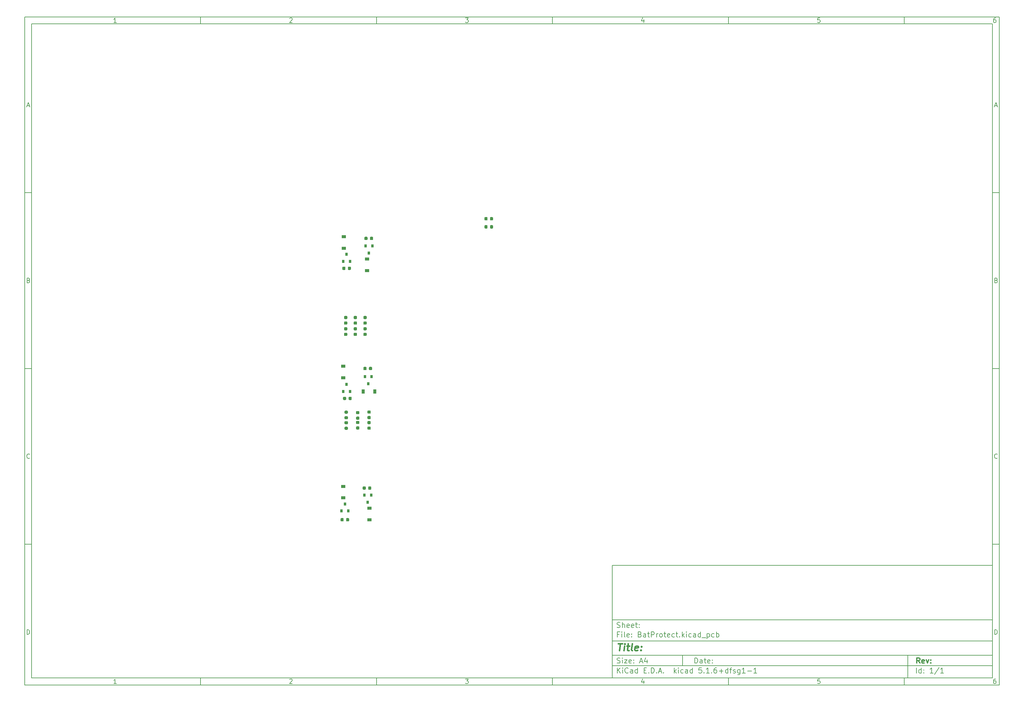
<source format=gbr>
G04 #@! TF.GenerationSoftware,KiCad,Pcbnew,5.1.6+dfsg1-1*
G04 #@! TF.CreationDate,2021-04-29T08:47:55+10:00*
G04 #@! TF.ProjectId,BatProtect,42617450-726f-4746-9563-742e6b696361,rev?*
G04 #@! TF.SameCoordinates,Original*
G04 #@! TF.FileFunction,Paste,Top*
G04 #@! TF.FilePolarity,Positive*
%FSLAX45Y45*%
G04 Gerber Fmt 4.5, Leading zero omitted, Abs format (unit mm)*
G04 Created by KiCad (PCBNEW 5.1.6+dfsg1-1) date 2021-04-29 08:47:55*
%MOMM*%
%LPD*%
G01*
G04 APERTURE LIST*
%ADD10C,0.100000*%
%ADD11C,0.150000*%
%ADD12C,0.300000*%
%ADD13C,0.400000*%
%ADD14R,1.220000X0.910000*%
%ADD15R,0.910000X1.220000*%
%ADD16R,0.800000X0.900000*%
G04 APERTURE END LIST*
D10*
D11*
X17700220Y-16600720D02*
X17700220Y-19800720D01*
X28500220Y-19800720D01*
X28500220Y-16600720D01*
X17700220Y-16600720D01*
D10*
D11*
X1000000Y-1000000D02*
X1000000Y-20000720D01*
X28700220Y-20000720D01*
X28700220Y-1000000D01*
X1000000Y-1000000D01*
D10*
D11*
X1200000Y-1200000D02*
X1200000Y-19800720D01*
X28500220Y-19800720D01*
X28500220Y-1200000D01*
X1200000Y-1200000D01*
D10*
D11*
X6000000Y-1200000D02*
X6000000Y-1000000D01*
D10*
D11*
X11000000Y-1200000D02*
X11000000Y-1000000D01*
D10*
D11*
X16000000Y-1200000D02*
X16000000Y-1000000D01*
D10*
D11*
X21000000Y-1200000D02*
X21000000Y-1000000D01*
D10*
D11*
X26000000Y-1200000D02*
X26000000Y-1000000D01*
D10*
D11*
X3606548Y-1158810D02*
X3532262Y-1158810D01*
X3569405Y-1158810D02*
X3569405Y-1028809D01*
X3557024Y-1047381D01*
X3544643Y-1059762D01*
X3532262Y-1065952D01*
D10*
D11*
X8532262Y-1041190D02*
X8538452Y-1035000D01*
X8550833Y-1028809D01*
X8581786Y-1028809D01*
X8594167Y-1035000D01*
X8600357Y-1041190D01*
X8606548Y-1053571D01*
X8606548Y-1065952D01*
X8600357Y-1084524D01*
X8526071Y-1158810D01*
X8606548Y-1158810D01*
D10*
D11*
X13526071Y-1028809D02*
X13606548Y-1028809D01*
X13563214Y-1078333D01*
X13581786Y-1078333D01*
X13594167Y-1084524D01*
X13600357Y-1090714D01*
X13606548Y-1103095D01*
X13606548Y-1134048D01*
X13600357Y-1146429D01*
X13594167Y-1152619D01*
X13581786Y-1158810D01*
X13544643Y-1158810D01*
X13532262Y-1152619D01*
X13526071Y-1146429D01*
D10*
D11*
X18594167Y-1072143D02*
X18594167Y-1158810D01*
X18563214Y-1022619D02*
X18532262Y-1115476D01*
X18612738Y-1115476D01*
D10*
D11*
X23600357Y-1028809D02*
X23538452Y-1028809D01*
X23532262Y-1090714D01*
X23538452Y-1084524D01*
X23550833Y-1078333D01*
X23581786Y-1078333D01*
X23594167Y-1084524D01*
X23600357Y-1090714D01*
X23606548Y-1103095D01*
X23606548Y-1134048D01*
X23600357Y-1146429D01*
X23594167Y-1152619D01*
X23581786Y-1158810D01*
X23550833Y-1158810D01*
X23538452Y-1152619D01*
X23532262Y-1146429D01*
D10*
D11*
X28594167Y-1028809D02*
X28569405Y-1028809D01*
X28557024Y-1035000D01*
X28550833Y-1041190D01*
X28538452Y-1059762D01*
X28532262Y-1084524D01*
X28532262Y-1134048D01*
X28538452Y-1146429D01*
X28544643Y-1152619D01*
X28557024Y-1158810D01*
X28581786Y-1158810D01*
X28594167Y-1152619D01*
X28600357Y-1146429D01*
X28606548Y-1134048D01*
X28606548Y-1103095D01*
X28600357Y-1090714D01*
X28594167Y-1084524D01*
X28581786Y-1078333D01*
X28557024Y-1078333D01*
X28544643Y-1084524D01*
X28538452Y-1090714D01*
X28532262Y-1103095D01*
D10*
D11*
X6000000Y-19800720D02*
X6000000Y-20000720D01*
D10*
D11*
X11000000Y-19800720D02*
X11000000Y-20000720D01*
D10*
D11*
X16000000Y-19800720D02*
X16000000Y-20000720D01*
D10*
D11*
X21000000Y-19800720D02*
X21000000Y-20000720D01*
D10*
D11*
X26000000Y-19800720D02*
X26000000Y-20000720D01*
D10*
D11*
X3606548Y-19959530D02*
X3532262Y-19959530D01*
X3569405Y-19959530D02*
X3569405Y-19829530D01*
X3557024Y-19848101D01*
X3544643Y-19860482D01*
X3532262Y-19866672D01*
D10*
D11*
X8532262Y-19841910D02*
X8538452Y-19835720D01*
X8550833Y-19829530D01*
X8581786Y-19829530D01*
X8594167Y-19835720D01*
X8600357Y-19841910D01*
X8606548Y-19854291D01*
X8606548Y-19866672D01*
X8600357Y-19885244D01*
X8526071Y-19959530D01*
X8606548Y-19959530D01*
D10*
D11*
X13526071Y-19829530D02*
X13606548Y-19829530D01*
X13563214Y-19879053D01*
X13581786Y-19879053D01*
X13594167Y-19885244D01*
X13600357Y-19891434D01*
X13606548Y-19903815D01*
X13606548Y-19934768D01*
X13600357Y-19947149D01*
X13594167Y-19953339D01*
X13581786Y-19959530D01*
X13544643Y-19959530D01*
X13532262Y-19953339D01*
X13526071Y-19947149D01*
D10*
D11*
X18594167Y-19872863D02*
X18594167Y-19959530D01*
X18563214Y-19823339D02*
X18532262Y-19916196D01*
X18612738Y-19916196D01*
D10*
D11*
X23600357Y-19829530D02*
X23538452Y-19829530D01*
X23532262Y-19891434D01*
X23538452Y-19885244D01*
X23550833Y-19879053D01*
X23581786Y-19879053D01*
X23594167Y-19885244D01*
X23600357Y-19891434D01*
X23606548Y-19903815D01*
X23606548Y-19934768D01*
X23600357Y-19947149D01*
X23594167Y-19953339D01*
X23581786Y-19959530D01*
X23550833Y-19959530D01*
X23538452Y-19953339D01*
X23532262Y-19947149D01*
D10*
D11*
X28594167Y-19829530D02*
X28569405Y-19829530D01*
X28557024Y-19835720D01*
X28550833Y-19841910D01*
X28538452Y-19860482D01*
X28532262Y-19885244D01*
X28532262Y-19934768D01*
X28538452Y-19947149D01*
X28544643Y-19953339D01*
X28557024Y-19959530D01*
X28581786Y-19959530D01*
X28594167Y-19953339D01*
X28600357Y-19947149D01*
X28606548Y-19934768D01*
X28606548Y-19903815D01*
X28600357Y-19891434D01*
X28594167Y-19885244D01*
X28581786Y-19879053D01*
X28557024Y-19879053D01*
X28544643Y-19885244D01*
X28538452Y-19891434D01*
X28532262Y-19903815D01*
D10*
D11*
X1000000Y-6000000D02*
X1200000Y-6000000D01*
D10*
D11*
X1000000Y-11000000D02*
X1200000Y-11000000D01*
D10*
D11*
X1000000Y-16000000D02*
X1200000Y-16000000D01*
D10*
D11*
X1069048Y-3521667D02*
X1130952Y-3521667D01*
X1056667Y-3558809D02*
X1100000Y-3428809D01*
X1143333Y-3558809D01*
D10*
D11*
X1109286Y-8490714D02*
X1127857Y-8496905D01*
X1134048Y-8503095D01*
X1140238Y-8515476D01*
X1140238Y-8534048D01*
X1134048Y-8546429D01*
X1127857Y-8552619D01*
X1115476Y-8558810D01*
X1065952Y-8558810D01*
X1065952Y-8428810D01*
X1109286Y-8428810D01*
X1121667Y-8435000D01*
X1127857Y-8441190D01*
X1134048Y-8453571D01*
X1134048Y-8465952D01*
X1127857Y-8478333D01*
X1121667Y-8484524D01*
X1109286Y-8490714D01*
X1065952Y-8490714D01*
D10*
D11*
X1140238Y-13546428D02*
X1134048Y-13552619D01*
X1115476Y-13558809D01*
X1103095Y-13558809D01*
X1084524Y-13552619D01*
X1072143Y-13540238D01*
X1065952Y-13527857D01*
X1059762Y-13503095D01*
X1059762Y-13484524D01*
X1065952Y-13459762D01*
X1072143Y-13447381D01*
X1084524Y-13435000D01*
X1103095Y-13428809D01*
X1115476Y-13428809D01*
X1134048Y-13435000D01*
X1140238Y-13441190D01*
D10*
D11*
X1065952Y-18558810D02*
X1065952Y-18428810D01*
X1096905Y-18428810D01*
X1115476Y-18435000D01*
X1127857Y-18447381D01*
X1134048Y-18459762D01*
X1140238Y-18484524D01*
X1140238Y-18503095D01*
X1134048Y-18527857D01*
X1127857Y-18540238D01*
X1115476Y-18552619D01*
X1096905Y-18558810D01*
X1065952Y-18558810D01*
D10*
D11*
X28700220Y-6000000D02*
X28500220Y-6000000D01*
D10*
D11*
X28700220Y-11000000D02*
X28500220Y-11000000D01*
D10*
D11*
X28700220Y-16000000D02*
X28500220Y-16000000D01*
D10*
D11*
X28569268Y-3521667D02*
X28631172Y-3521667D01*
X28556887Y-3558809D02*
X28600220Y-3428809D01*
X28643553Y-3558809D01*
D10*
D11*
X28609506Y-8490714D02*
X28628077Y-8496905D01*
X28634268Y-8503095D01*
X28640458Y-8515476D01*
X28640458Y-8534048D01*
X28634268Y-8546429D01*
X28628077Y-8552619D01*
X28615696Y-8558810D01*
X28566172Y-8558810D01*
X28566172Y-8428810D01*
X28609506Y-8428810D01*
X28621887Y-8435000D01*
X28628077Y-8441190D01*
X28634268Y-8453571D01*
X28634268Y-8465952D01*
X28628077Y-8478333D01*
X28621887Y-8484524D01*
X28609506Y-8490714D01*
X28566172Y-8490714D01*
D10*
D11*
X28640458Y-13546428D02*
X28634268Y-13552619D01*
X28615696Y-13558809D01*
X28603315Y-13558809D01*
X28584744Y-13552619D01*
X28572363Y-13540238D01*
X28566172Y-13527857D01*
X28559982Y-13503095D01*
X28559982Y-13484524D01*
X28566172Y-13459762D01*
X28572363Y-13447381D01*
X28584744Y-13435000D01*
X28603315Y-13428809D01*
X28615696Y-13428809D01*
X28634268Y-13435000D01*
X28640458Y-13441190D01*
D10*
D11*
X28566172Y-18558810D02*
X28566172Y-18428810D01*
X28597125Y-18428810D01*
X28615696Y-18435000D01*
X28628077Y-18447381D01*
X28634268Y-18459762D01*
X28640458Y-18484524D01*
X28640458Y-18503095D01*
X28634268Y-18527857D01*
X28628077Y-18540238D01*
X28615696Y-18552619D01*
X28597125Y-18558810D01*
X28566172Y-18558810D01*
D10*
D11*
X20043434Y-19378577D02*
X20043434Y-19228577D01*
X20079149Y-19228577D01*
X20100577Y-19235720D01*
X20114863Y-19250006D01*
X20122006Y-19264291D01*
X20129149Y-19292863D01*
X20129149Y-19314291D01*
X20122006Y-19342863D01*
X20114863Y-19357149D01*
X20100577Y-19371434D01*
X20079149Y-19378577D01*
X20043434Y-19378577D01*
X20257720Y-19378577D02*
X20257720Y-19300006D01*
X20250577Y-19285720D01*
X20236291Y-19278577D01*
X20207720Y-19278577D01*
X20193434Y-19285720D01*
X20257720Y-19371434D02*
X20243434Y-19378577D01*
X20207720Y-19378577D01*
X20193434Y-19371434D01*
X20186291Y-19357149D01*
X20186291Y-19342863D01*
X20193434Y-19328577D01*
X20207720Y-19321434D01*
X20243434Y-19321434D01*
X20257720Y-19314291D01*
X20307720Y-19278577D02*
X20364863Y-19278577D01*
X20329149Y-19228577D02*
X20329149Y-19357149D01*
X20336291Y-19371434D01*
X20350577Y-19378577D01*
X20364863Y-19378577D01*
X20472006Y-19371434D02*
X20457720Y-19378577D01*
X20429149Y-19378577D01*
X20414863Y-19371434D01*
X20407720Y-19357149D01*
X20407720Y-19300006D01*
X20414863Y-19285720D01*
X20429149Y-19278577D01*
X20457720Y-19278577D01*
X20472006Y-19285720D01*
X20479149Y-19300006D01*
X20479149Y-19314291D01*
X20407720Y-19328577D01*
X20543434Y-19364291D02*
X20550577Y-19371434D01*
X20543434Y-19378577D01*
X20536291Y-19371434D01*
X20543434Y-19364291D01*
X20543434Y-19378577D01*
X20543434Y-19285720D02*
X20550577Y-19292863D01*
X20543434Y-19300006D01*
X20536291Y-19292863D01*
X20543434Y-19285720D01*
X20543434Y-19300006D01*
D10*
D11*
X17700220Y-19450720D02*
X28500220Y-19450720D01*
D10*
D11*
X17843434Y-19658577D02*
X17843434Y-19508577D01*
X17929149Y-19658577D02*
X17864863Y-19572863D01*
X17929149Y-19508577D02*
X17843434Y-19594291D01*
X17993434Y-19658577D02*
X17993434Y-19558577D01*
X17993434Y-19508577D02*
X17986291Y-19515720D01*
X17993434Y-19522863D01*
X18000577Y-19515720D01*
X17993434Y-19508577D01*
X17993434Y-19522863D01*
X18150577Y-19644291D02*
X18143434Y-19651434D01*
X18122006Y-19658577D01*
X18107720Y-19658577D01*
X18086291Y-19651434D01*
X18072006Y-19637149D01*
X18064863Y-19622863D01*
X18057720Y-19594291D01*
X18057720Y-19572863D01*
X18064863Y-19544291D01*
X18072006Y-19530006D01*
X18086291Y-19515720D01*
X18107720Y-19508577D01*
X18122006Y-19508577D01*
X18143434Y-19515720D01*
X18150577Y-19522863D01*
X18279149Y-19658577D02*
X18279149Y-19580006D01*
X18272006Y-19565720D01*
X18257720Y-19558577D01*
X18229149Y-19558577D01*
X18214863Y-19565720D01*
X18279149Y-19651434D02*
X18264863Y-19658577D01*
X18229149Y-19658577D01*
X18214863Y-19651434D01*
X18207720Y-19637149D01*
X18207720Y-19622863D01*
X18214863Y-19608577D01*
X18229149Y-19601434D01*
X18264863Y-19601434D01*
X18279149Y-19594291D01*
X18414863Y-19658577D02*
X18414863Y-19508577D01*
X18414863Y-19651434D02*
X18400577Y-19658577D01*
X18372006Y-19658577D01*
X18357720Y-19651434D01*
X18350577Y-19644291D01*
X18343434Y-19630006D01*
X18343434Y-19587149D01*
X18350577Y-19572863D01*
X18357720Y-19565720D01*
X18372006Y-19558577D01*
X18400577Y-19558577D01*
X18414863Y-19565720D01*
X18600577Y-19580006D02*
X18650577Y-19580006D01*
X18672006Y-19658577D02*
X18600577Y-19658577D01*
X18600577Y-19508577D01*
X18672006Y-19508577D01*
X18736291Y-19644291D02*
X18743434Y-19651434D01*
X18736291Y-19658577D01*
X18729149Y-19651434D01*
X18736291Y-19644291D01*
X18736291Y-19658577D01*
X18807720Y-19658577D02*
X18807720Y-19508577D01*
X18843434Y-19508577D01*
X18864863Y-19515720D01*
X18879149Y-19530006D01*
X18886291Y-19544291D01*
X18893434Y-19572863D01*
X18893434Y-19594291D01*
X18886291Y-19622863D01*
X18879149Y-19637149D01*
X18864863Y-19651434D01*
X18843434Y-19658577D01*
X18807720Y-19658577D01*
X18957720Y-19644291D02*
X18964863Y-19651434D01*
X18957720Y-19658577D01*
X18950577Y-19651434D01*
X18957720Y-19644291D01*
X18957720Y-19658577D01*
X19022006Y-19615720D02*
X19093434Y-19615720D01*
X19007720Y-19658577D02*
X19057720Y-19508577D01*
X19107720Y-19658577D01*
X19157720Y-19644291D02*
X19164863Y-19651434D01*
X19157720Y-19658577D01*
X19150577Y-19651434D01*
X19157720Y-19644291D01*
X19157720Y-19658577D01*
X19457720Y-19658577D02*
X19457720Y-19508577D01*
X19472006Y-19601434D02*
X19514863Y-19658577D01*
X19514863Y-19558577D02*
X19457720Y-19615720D01*
X19579149Y-19658577D02*
X19579149Y-19558577D01*
X19579149Y-19508577D02*
X19572006Y-19515720D01*
X19579149Y-19522863D01*
X19586291Y-19515720D01*
X19579149Y-19508577D01*
X19579149Y-19522863D01*
X19714863Y-19651434D02*
X19700577Y-19658577D01*
X19672006Y-19658577D01*
X19657720Y-19651434D01*
X19650577Y-19644291D01*
X19643434Y-19630006D01*
X19643434Y-19587149D01*
X19650577Y-19572863D01*
X19657720Y-19565720D01*
X19672006Y-19558577D01*
X19700577Y-19558577D01*
X19714863Y-19565720D01*
X19843434Y-19658577D02*
X19843434Y-19580006D01*
X19836291Y-19565720D01*
X19822006Y-19558577D01*
X19793434Y-19558577D01*
X19779149Y-19565720D01*
X19843434Y-19651434D02*
X19829149Y-19658577D01*
X19793434Y-19658577D01*
X19779149Y-19651434D01*
X19772006Y-19637149D01*
X19772006Y-19622863D01*
X19779149Y-19608577D01*
X19793434Y-19601434D01*
X19829149Y-19601434D01*
X19843434Y-19594291D01*
X19979149Y-19658577D02*
X19979149Y-19508577D01*
X19979149Y-19651434D02*
X19964863Y-19658577D01*
X19936291Y-19658577D01*
X19922006Y-19651434D01*
X19914863Y-19644291D01*
X19907720Y-19630006D01*
X19907720Y-19587149D01*
X19914863Y-19572863D01*
X19922006Y-19565720D01*
X19936291Y-19558577D01*
X19964863Y-19558577D01*
X19979149Y-19565720D01*
X20236291Y-19508577D02*
X20164863Y-19508577D01*
X20157720Y-19580006D01*
X20164863Y-19572863D01*
X20179149Y-19565720D01*
X20214863Y-19565720D01*
X20229149Y-19572863D01*
X20236291Y-19580006D01*
X20243434Y-19594291D01*
X20243434Y-19630006D01*
X20236291Y-19644291D01*
X20229149Y-19651434D01*
X20214863Y-19658577D01*
X20179149Y-19658577D01*
X20164863Y-19651434D01*
X20157720Y-19644291D01*
X20307720Y-19644291D02*
X20314863Y-19651434D01*
X20307720Y-19658577D01*
X20300577Y-19651434D01*
X20307720Y-19644291D01*
X20307720Y-19658577D01*
X20457720Y-19658577D02*
X20372006Y-19658577D01*
X20414863Y-19658577D02*
X20414863Y-19508577D01*
X20400577Y-19530006D01*
X20386291Y-19544291D01*
X20372006Y-19551434D01*
X20522006Y-19644291D02*
X20529149Y-19651434D01*
X20522006Y-19658577D01*
X20514863Y-19651434D01*
X20522006Y-19644291D01*
X20522006Y-19658577D01*
X20657720Y-19508577D02*
X20629149Y-19508577D01*
X20614863Y-19515720D01*
X20607720Y-19522863D01*
X20593434Y-19544291D01*
X20586291Y-19572863D01*
X20586291Y-19630006D01*
X20593434Y-19644291D01*
X20600577Y-19651434D01*
X20614863Y-19658577D01*
X20643434Y-19658577D01*
X20657720Y-19651434D01*
X20664863Y-19644291D01*
X20672006Y-19630006D01*
X20672006Y-19594291D01*
X20664863Y-19580006D01*
X20657720Y-19572863D01*
X20643434Y-19565720D01*
X20614863Y-19565720D01*
X20600577Y-19572863D01*
X20593434Y-19580006D01*
X20586291Y-19594291D01*
X20736291Y-19601434D02*
X20850577Y-19601434D01*
X20793434Y-19658577D02*
X20793434Y-19544291D01*
X20986291Y-19658577D02*
X20986291Y-19508577D01*
X20986291Y-19651434D02*
X20972006Y-19658577D01*
X20943434Y-19658577D01*
X20929149Y-19651434D01*
X20922006Y-19644291D01*
X20914863Y-19630006D01*
X20914863Y-19587149D01*
X20922006Y-19572863D01*
X20929149Y-19565720D01*
X20943434Y-19558577D01*
X20972006Y-19558577D01*
X20986291Y-19565720D01*
X21036291Y-19558577D02*
X21093434Y-19558577D01*
X21057720Y-19658577D02*
X21057720Y-19530006D01*
X21064863Y-19515720D01*
X21079149Y-19508577D01*
X21093434Y-19508577D01*
X21136291Y-19651434D02*
X21150577Y-19658577D01*
X21179149Y-19658577D01*
X21193434Y-19651434D01*
X21200577Y-19637149D01*
X21200577Y-19630006D01*
X21193434Y-19615720D01*
X21179149Y-19608577D01*
X21157720Y-19608577D01*
X21143434Y-19601434D01*
X21136291Y-19587149D01*
X21136291Y-19580006D01*
X21143434Y-19565720D01*
X21157720Y-19558577D01*
X21179149Y-19558577D01*
X21193434Y-19565720D01*
X21329149Y-19558577D02*
X21329149Y-19680006D01*
X21322006Y-19694291D01*
X21314863Y-19701434D01*
X21300577Y-19708577D01*
X21279149Y-19708577D01*
X21264863Y-19701434D01*
X21329149Y-19651434D02*
X21314863Y-19658577D01*
X21286291Y-19658577D01*
X21272006Y-19651434D01*
X21264863Y-19644291D01*
X21257720Y-19630006D01*
X21257720Y-19587149D01*
X21264863Y-19572863D01*
X21272006Y-19565720D01*
X21286291Y-19558577D01*
X21314863Y-19558577D01*
X21329149Y-19565720D01*
X21479149Y-19658577D02*
X21393434Y-19658577D01*
X21436291Y-19658577D02*
X21436291Y-19508577D01*
X21422006Y-19530006D01*
X21407720Y-19544291D01*
X21393434Y-19551434D01*
X21543434Y-19601434D02*
X21657720Y-19601434D01*
X21807720Y-19658577D02*
X21722006Y-19658577D01*
X21764863Y-19658577D02*
X21764863Y-19508577D01*
X21750577Y-19530006D01*
X21736291Y-19544291D01*
X21722006Y-19551434D01*
D10*
D11*
X17700220Y-19150720D02*
X28500220Y-19150720D01*
D10*
D12*
X26441148Y-19378577D02*
X26391148Y-19307149D01*
X26355434Y-19378577D02*
X26355434Y-19228577D01*
X26412577Y-19228577D01*
X26426863Y-19235720D01*
X26434006Y-19242863D01*
X26441148Y-19257149D01*
X26441148Y-19278577D01*
X26434006Y-19292863D01*
X26426863Y-19300006D01*
X26412577Y-19307149D01*
X26355434Y-19307149D01*
X26562577Y-19371434D02*
X26548291Y-19378577D01*
X26519720Y-19378577D01*
X26505434Y-19371434D01*
X26498291Y-19357149D01*
X26498291Y-19300006D01*
X26505434Y-19285720D01*
X26519720Y-19278577D01*
X26548291Y-19278577D01*
X26562577Y-19285720D01*
X26569720Y-19300006D01*
X26569720Y-19314291D01*
X26498291Y-19328577D01*
X26619720Y-19278577D02*
X26655434Y-19378577D01*
X26691148Y-19278577D01*
X26748291Y-19364291D02*
X26755434Y-19371434D01*
X26748291Y-19378577D01*
X26741148Y-19371434D01*
X26748291Y-19364291D01*
X26748291Y-19378577D01*
X26748291Y-19285720D02*
X26755434Y-19292863D01*
X26748291Y-19300006D01*
X26741148Y-19292863D01*
X26748291Y-19285720D01*
X26748291Y-19300006D01*
D10*
D11*
X17836291Y-19371434D02*
X17857720Y-19378577D01*
X17893434Y-19378577D01*
X17907720Y-19371434D01*
X17914863Y-19364291D01*
X17922006Y-19350006D01*
X17922006Y-19335720D01*
X17914863Y-19321434D01*
X17907720Y-19314291D01*
X17893434Y-19307149D01*
X17864863Y-19300006D01*
X17850577Y-19292863D01*
X17843434Y-19285720D01*
X17836291Y-19271434D01*
X17836291Y-19257149D01*
X17843434Y-19242863D01*
X17850577Y-19235720D01*
X17864863Y-19228577D01*
X17900577Y-19228577D01*
X17922006Y-19235720D01*
X17986291Y-19378577D02*
X17986291Y-19278577D01*
X17986291Y-19228577D02*
X17979149Y-19235720D01*
X17986291Y-19242863D01*
X17993434Y-19235720D01*
X17986291Y-19228577D01*
X17986291Y-19242863D01*
X18043434Y-19278577D02*
X18122006Y-19278577D01*
X18043434Y-19378577D01*
X18122006Y-19378577D01*
X18236291Y-19371434D02*
X18222006Y-19378577D01*
X18193434Y-19378577D01*
X18179149Y-19371434D01*
X18172006Y-19357149D01*
X18172006Y-19300006D01*
X18179149Y-19285720D01*
X18193434Y-19278577D01*
X18222006Y-19278577D01*
X18236291Y-19285720D01*
X18243434Y-19300006D01*
X18243434Y-19314291D01*
X18172006Y-19328577D01*
X18307720Y-19364291D02*
X18314863Y-19371434D01*
X18307720Y-19378577D01*
X18300577Y-19371434D01*
X18307720Y-19364291D01*
X18307720Y-19378577D01*
X18307720Y-19285720D02*
X18314863Y-19292863D01*
X18307720Y-19300006D01*
X18300577Y-19292863D01*
X18307720Y-19285720D01*
X18307720Y-19300006D01*
X18486291Y-19335720D02*
X18557720Y-19335720D01*
X18472006Y-19378577D02*
X18522006Y-19228577D01*
X18572006Y-19378577D01*
X18686291Y-19278577D02*
X18686291Y-19378577D01*
X18650577Y-19221434D02*
X18614863Y-19328577D01*
X18707720Y-19328577D01*
D10*
D11*
X26343434Y-19658577D02*
X26343434Y-19508577D01*
X26479148Y-19658577D02*
X26479148Y-19508577D01*
X26479148Y-19651434D02*
X26464863Y-19658577D01*
X26436291Y-19658577D01*
X26422006Y-19651434D01*
X26414863Y-19644291D01*
X26407720Y-19630006D01*
X26407720Y-19587149D01*
X26414863Y-19572863D01*
X26422006Y-19565720D01*
X26436291Y-19558577D01*
X26464863Y-19558577D01*
X26479148Y-19565720D01*
X26550577Y-19644291D02*
X26557720Y-19651434D01*
X26550577Y-19658577D01*
X26543434Y-19651434D01*
X26550577Y-19644291D01*
X26550577Y-19658577D01*
X26550577Y-19565720D02*
X26557720Y-19572863D01*
X26550577Y-19580006D01*
X26543434Y-19572863D01*
X26550577Y-19565720D01*
X26550577Y-19580006D01*
X26814863Y-19658577D02*
X26729148Y-19658577D01*
X26772006Y-19658577D02*
X26772006Y-19508577D01*
X26757720Y-19530006D01*
X26743434Y-19544291D01*
X26729148Y-19551434D01*
X26986291Y-19501434D02*
X26857720Y-19694291D01*
X27114863Y-19658577D02*
X27029148Y-19658577D01*
X27072006Y-19658577D02*
X27072006Y-19508577D01*
X27057720Y-19530006D01*
X27043434Y-19544291D01*
X27029148Y-19551434D01*
D10*
D11*
X17700220Y-18750720D02*
X28500220Y-18750720D01*
D10*
D13*
X17871458Y-18821196D02*
X17985744Y-18821196D01*
X17903601Y-19021196D02*
X17928601Y-18821196D01*
X18027410Y-19021196D02*
X18044077Y-18887863D01*
X18052410Y-18821196D02*
X18041696Y-18830720D01*
X18050030Y-18840244D01*
X18060744Y-18830720D01*
X18052410Y-18821196D01*
X18050030Y-18840244D01*
X18110744Y-18887863D02*
X18186934Y-18887863D01*
X18147649Y-18821196D02*
X18126220Y-18992625D01*
X18133363Y-19011672D01*
X18151220Y-19021196D01*
X18170268Y-19021196D01*
X18265506Y-19021196D02*
X18247649Y-19011672D01*
X18240506Y-18992625D01*
X18261934Y-18821196D01*
X18419077Y-19011672D02*
X18398839Y-19021196D01*
X18360744Y-19021196D01*
X18342887Y-19011672D01*
X18335744Y-18992625D01*
X18345268Y-18916434D01*
X18357172Y-18897387D01*
X18377410Y-18887863D01*
X18415506Y-18887863D01*
X18433363Y-18897387D01*
X18440506Y-18916434D01*
X18438125Y-18935482D01*
X18340506Y-18954530D01*
X18515506Y-19002149D02*
X18523839Y-19011672D01*
X18513125Y-19021196D01*
X18504791Y-19011672D01*
X18515506Y-19002149D01*
X18513125Y-19021196D01*
X18528601Y-18897387D02*
X18536934Y-18906910D01*
X18526220Y-18916434D01*
X18517887Y-18906910D01*
X18528601Y-18897387D01*
X18526220Y-18916434D01*
D10*
D11*
X17893434Y-18560006D02*
X17843434Y-18560006D01*
X17843434Y-18638577D02*
X17843434Y-18488577D01*
X17914863Y-18488577D01*
X17972006Y-18638577D02*
X17972006Y-18538577D01*
X17972006Y-18488577D02*
X17964863Y-18495720D01*
X17972006Y-18502863D01*
X17979149Y-18495720D01*
X17972006Y-18488577D01*
X17972006Y-18502863D01*
X18064863Y-18638577D02*
X18050577Y-18631434D01*
X18043434Y-18617149D01*
X18043434Y-18488577D01*
X18179149Y-18631434D02*
X18164863Y-18638577D01*
X18136291Y-18638577D01*
X18122006Y-18631434D01*
X18114863Y-18617149D01*
X18114863Y-18560006D01*
X18122006Y-18545720D01*
X18136291Y-18538577D01*
X18164863Y-18538577D01*
X18179149Y-18545720D01*
X18186291Y-18560006D01*
X18186291Y-18574291D01*
X18114863Y-18588577D01*
X18250577Y-18624291D02*
X18257720Y-18631434D01*
X18250577Y-18638577D01*
X18243434Y-18631434D01*
X18250577Y-18624291D01*
X18250577Y-18638577D01*
X18250577Y-18545720D02*
X18257720Y-18552863D01*
X18250577Y-18560006D01*
X18243434Y-18552863D01*
X18250577Y-18545720D01*
X18250577Y-18560006D01*
X18486291Y-18560006D02*
X18507720Y-18567149D01*
X18514863Y-18574291D01*
X18522006Y-18588577D01*
X18522006Y-18610006D01*
X18514863Y-18624291D01*
X18507720Y-18631434D01*
X18493434Y-18638577D01*
X18436291Y-18638577D01*
X18436291Y-18488577D01*
X18486291Y-18488577D01*
X18500577Y-18495720D01*
X18507720Y-18502863D01*
X18514863Y-18517149D01*
X18514863Y-18531434D01*
X18507720Y-18545720D01*
X18500577Y-18552863D01*
X18486291Y-18560006D01*
X18436291Y-18560006D01*
X18650577Y-18638577D02*
X18650577Y-18560006D01*
X18643434Y-18545720D01*
X18629149Y-18538577D01*
X18600577Y-18538577D01*
X18586291Y-18545720D01*
X18650577Y-18631434D02*
X18636291Y-18638577D01*
X18600577Y-18638577D01*
X18586291Y-18631434D01*
X18579149Y-18617149D01*
X18579149Y-18602863D01*
X18586291Y-18588577D01*
X18600577Y-18581434D01*
X18636291Y-18581434D01*
X18650577Y-18574291D01*
X18700577Y-18538577D02*
X18757720Y-18538577D01*
X18722006Y-18488577D02*
X18722006Y-18617149D01*
X18729149Y-18631434D01*
X18743434Y-18638577D01*
X18757720Y-18638577D01*
X18807720Y-18638577D02*
X18807720Y-18488577D01*
X18864863Y-18488577D01*
X18879149Y-18495720D01*
X18886291Y-18502863D01*
X18893434Y-18517149D01*
X18893434Y-18538577D01*
X18886291Y-18552863D01*
X18879149Y-18560006D01*
X18864863Y-18567149D01*
X18807720Y-18567149D01*
X18957720Y-18638577D02*
X18957720Y-18538577D01*
X18957720Y-18567149D02*
X18964863Y-18552863D01*
X18972006Y-18545720D01*
X18986291Y-18538577D01*
X19000577Y-18538577D01*
X19072006Y-18638577D02*
X19057720Y-18631434D01*
X19050577Y-18624291D01*
X19043434Y-18610006D01*
X19043434Y-18567149D01*
X19050577Y-18552863D01*
X19057720Y-18545720D01*
X19072006Y-18538577D01*
X19093434Y-18538577D01*
X19107720Y-18545720D01*
X19114863Y-18552863D01*
X19122006Y-18567149D01*
X19122006Y-18610006D01*
X19114863Y-18624291D01*
X19107720Y-18631434D01*
X19093434Y-18638577D01*
X19072006Y-18638577D01*
X19164863Y-18538577D02*
X19222006Y-18538577D01*
X19186291Y-18488577D02*
X19186291Y-18617149D01*
X19193434Y-18631434D01*
X19207720Y-18638577D01*
X19222006Y-18638577D01*
X19329149Y-18631434D02*
X19314863Y-18638577D01*
X19286291Y-18638577D01*
X19272006Y-18631434D01*
X19264863Y-18617149D01*
X19264863Y-18560006D01*
X19272006Y-18545720D01*
X19286291Y-18538577D01*
X19314863Y-18538577D01*
X19329149Y-18545720D01*
X19336291Y-18560006D01*
X19336291Y-18574291D01*
X19264863Y-18588577D01*
X19464863Y-18631434D02*
X19450577Y-18638577D01*
X19422006Y-18638577D01*
X19407720Y-18631434D01*
X19400577Y-18624291D01*
X19393434Y-18610006D01*
X19393434Y-18567149D01*
X19400577Y-18552863D01*
X19407720Y-18545720D01*
X19422006Y-18538577D01*
X19450577Y-18538577D01*
X19464863Y-18545720D01*
X19507720Y-18538577D02*
X19564863Y-18538577D01*
X19529149Y-18488577D02*
X19529149Y-18617149D01*
X19536291Y-18631434D01*
X19550577Y-18638577D01*
X19564863Y-18638577D01*
X19614863Y-18624291D02*
X19622006Y-18631434D01*
X19614863Y-18638577D01*
X19607720Y-18631434D01*
X19614863Y-18624291D01*
X19614863Y-18638577D01*
X19686291Y-18638577D02*
X19686291Y-18488577D01*
X19700577Y-18581434D02*
X19743434Y-18638577D01*
X19743434Y-18538577D02*
X19686291Y-18595720D01*
X19807720Y-18638577D02*
X19807720Y-18538577D01*
X19807720Y-18488577D02*
X19800577Y-18495720D01*
X19807720Y-18502863D01*
X19814863Y-18495720D01*
X19807720Y-18488577D01*
X19807720Y-18502863D01*
X19943434Y-18631434D02*
X19929149Y-18638577D01*
X19900577Y-18638577D01*
X19886291Y-18631434D01*
X19879149Y-18624291D01*
X19872006Y-18610006D01*
X19872006Y-18567149D01*
X19879149Y-18552863D01*
X19886291Y-18545720D01*
X19900577Y-18538577D01*
X19929149Y-18538577D01*
X19943434Y-18545720D01*
X20072006Y-18638577D02*
X20072006Y-18560006D01*
X20064863Y-18545720D01*
X20050577Y-18538577D01*
X20022006Y-18538577D01*
X20007720Y-18545720D01*
X20072006Y-18631434D02*
X20057720Y-18638577D01*
X20022006Y-18638577D01*
X20007720Y-18631434D01*
X20000577Y-18617149D01*
X20000577Y-18602863D01*
X20007720Y-18588577D01*
X20022006Y-18581434D01*
X20057720Y-18581434D01*
X20072006Y-18574291D01*
X20207720Y-18638577D02*
X20207720Y-18488577D01*
X20207720Y-18631434D02*
X20193434Y-18638577D01*
X20164863Y-18638577D01*
X20150577Y-18631434D01*
X20143434Y-18624291D01*
X20136291Y-18610006D01*
X20136291Y-18567149D01*
X20143434Y-18552863D01*
X20150577Y-18545720D01*
X20164863Y-18538577D01*
X20193434Y-18538577D01*
X20207720Y-18545720D01*
X20243434Y-18652863D02*
X20357720Y-18652863D01*
X20393434Y-18538577D02*
X20393434Y-18688577D01*
X20393434Y-18545720D02*
X20407720Y-18538577D01*
X20436291Y-18538577D01*
X20450577Y-18545720D01*
X20457720Y-18552863D01*
X20464863Y-18567149D01*
X20464863Y-18610006D01*
X20457720Y-18624291D01*
X20450577Y-18631434D01*
X20436291Y-18638577D01*
X20407720Y-18638577D01*
X20393434Y-18631434D01*
X20593434Y-18631434D02*
X20579149Y-18638577D01*
X20550577Y-18638577D01*
X20536291Y-18631434D01*
X20529149Y-18624291D01*
X20522006Y-18610006D01*
X20522006Y-18567149D01*
X20529149Y-18552863D01*
X20536291Y-18545720D01*
X20550577Y-18538577D01*
X20579149Y-18538577D01*
X20593434Y-18545720D01*
X20657720Y-18638577D02*
X20657720Y-18488577D01*
X20657720Y-18545720D02*
X20672006Y-18538577D01*
X20700577Y-18538577D01*
X20714863Y-18545720D01*
X20722006Y-18552863D01*
X20729149Y-18567149D01*
X20729149Y-18610006D01*
X20722006Y-18624291D01*
X20714863Y-18631434D01*
X20700577Y-18638577D01*
X20672006Y-18638577D01*
X20657720Y-18631434D01*
D10*
D11*
X17700220Y-18150720D02*
X28500220Y-18150720D01*
D10*
D11*
X17836291Y-18361434D02*
X17857720Y-18368577D01*
X17893434Y-18368577D01*
X17907720Y-18361434D01*
X17914863Y-18354291D01*
X17922006Y-18340006D01*
X17922006Y-18325720D01*
X17914863Y-18311434D01*
X17907720Y-18304291D01*
X17893434Y-18297149D01*
X17864863Y-18290006D01*
X17850577Y-18282863D01*
X17843434Y-18275720D01*
X17836291Y-18261434D01*
X17836291Y-18247149D01*
X17843434Y-18232863D01*
X17850577Y-18225720D01*
X17864863Y-18218577D01*
X17900577Y-18218577D01*
X17922006Y-18225720D01*
X17986291Y-18368577D02*
X17986291Y-18218577D01*
X18050577Y-18368577D02*
X18050577Y-18290006D01*
X18043434Y-18275720D01*
X18029149Y-18268577D01*
X18007720Y-18268577D01*
X17993434Y-18275720D01*
X17986291Y-18282863D01*
X18179149Y-18361434D02*
X18164863Y-18368577D01*
X18136291Y-18368577D01*
X18122006Y-18361434D01*
X18114863Y-18347149D01*
X18114863Y-18290006D01*
X18122006Y-18275720D01*
X18136291Y-18268577D01*
X18164863Y-18268577D01*
X18179149Y-18275720D01*
X18186291Y-18290006D01*
X18186291Y-18304291D01*
X18114863Y-18318577D01*
X18307720Y-18361434D02*
X18293434Y-18368577D01*
X18264863Y-18368577D01*
X18250577Y-18361434D01*
X18243434Y-18347149D01*
X18243434Y-18290006D01*
X18250577Y-18275720D01*
X18264863Y-18268577D01*
X18293434Y-18268577D01*
X18307720Y-18275720D01*
X18314863Y-18290006D01*
X18314863Y-18304291D01*
X18243434Y-18318577D01*
X18357720Y-18268577D02*
X18414863Y-18268577D01*
X18379149Y-18218577D02*
X18379149Y-18347149D01*
X18386291Y-18361434D01*
X18400577Y-18368577D01*
X18414863Y-18368577D01*
X18464863Y-18354291D02*
X18472006Y-18361434D01*
X18464863Y-18368577D01*
X18457720Y-18361434D01*
X18464863Y-18354291D01*
X18464863Y-18368577D01*
X18464863Y-18275720D02*
X18472006Y-18282863D01*
X18464863Y-18290006D01*
X18457720Y-18282863D01*
X18464863Y-18275720D01*
X18464863Y-18290006D01*
D10*
D11*
X19700220Y-19150720D02*
X19700220Y-19450720D01*
D10*
D11*
X26100220Y-19150720D02*
X26100220Y-19800720D01*
G36*
G01*
X10148476Y-9592678D02*
X10097226Y-9592678D01*
G75*
G02*
X10075351Y-9570803I0J21875D01*
G01*
X10075351Y-9527053D01*
G75*
G02*
X10097226Y-9505178I21875J0D01*
G01*
X10148476Y-9505178D01*
G75*
G02*
X10170351Y-9527053I0J-21875D01*
G01*
X10170351Y-9570803D01*
G75*
G02*
X10148476Y-9592678I-21875J0D01*
G01*
G37*
G36*
G01*
X10148476Y-9750178D02*
X10097226Y-9750178D01*
G75*
G02*
X10075351Y-9728303I0J21875D01*
G01*
X10075351Y-9684553D01*
G75*
G02*
X10097226Y-9662678I21875J0D01*
G01*
X10148476Y-9662678D01*
G75*
G02*
X10170351Y-9684553I0J-21875D01*
G01*
X10170351Y-9728303D01*
G75*
G02*
X10148476Y-9750178I-21875J0D01*
G01*
G37*
G36*
G01*
X10698476Y-9913928D02*
X10647226Y-9913928D01*
G75*
G02*
X10625351Y-9892053I0J21875D01*
G01*
X10625351Y-9848303D01*
G75*
G02*
X10647226Y-9826428I21875J0D01*
G01*
X10698476Y-9826428D01*
G75*
G02*
X10720351Y-9848303I0J-21875D01*
G01*
X10720351Y-9892053D01*
G75*
G02*
X10698476Y-9913928I-21875J0D01*
G01*
G37*
G36*
G01*
X10698476Y-10071428D02*
X10647226Y-10071428D01*
G75*
G02*
X10625351Y-10049553I0J21875D01*
G01*
X10625351Y-10005803D01*
G75*
G02*
X10647226Y-9983928I21875J0D01*
G01*
X10698476Y-9983928D01*
G75*
G02*
X10720351Y-10005803I0J-21875D01*
G01*
X10720351Y-10049553D01*
G75*
G02*
X10698476Y-10071428I-21875J0D01*
G01*
G37*
G36*
G01*
X10698476Y-9592678D02*
X10647226Y-9592678D01*
G75*
G02*
X10625351Y-9570803I0J21875D01*
G01*
X10625351Y-9527053D01*
G75*
G02*
X10647226Y-9505178I21875J0D01*
G01*
X10698476Y-9505178D01*
G75*
G02*
X10720351Y-9527053I0J-21875D01*
G01*
X10720351Y-9570803D01*
G75*
G02*
X10698476Y-9592678I-21875J0D01*
G01*
G37*
G36*
G01*
X10698476Y-9750178D02*
X10647226Y-9750178D01*
G75*
G02*
X10625351Y-9728303I0J21875D01*
G01*
X10625351Y-9684553D01*
G75*
G02*
X10647226Y-9662678I21875J0D01*
G01*
X10698476Y-9662678D01*
G75*
G02*
X10720351Y-9684553I0J-21875D01*
G01*
X10720351Y-9728303D01*
G75*
G02*
X10698476Y-9750178I-21875J0D01*
G01*
G37*
G36*
G01*
X10423476Y-9592678D02*
X10372226Y-9592678D01*
G75*
G02*
X10350351Y-9570803I0J21875D01*
G01*
X10350351Y-9527053D01*
G75*
G02*
X10372226Y-9505178I21875J0D01*
G01*
X10423476Y-9505178D01*
G75*
G02*
X10445351Y-9527053I0J-21875D01*
G01*
X10445351Y-9570803D01*
G75*
G02*
X10423476Y-9592678I-21875J0D01*
G01*
G37*
G36*
G01*
X10423476Y-9750178D02*
X10372226Y-9750178D01*
G75*
G02*
X10350351Y-9728303I0J21875D01*
G01*
X10350351Y-9684553D01*
G75*
G02*
X10372226Y-9662678I21875J0D01*
G01*
X10423476Y-9662678D01*
G75*
G02*
X10445351Y-9684553I0J-21875D01*
G01*
X10445351Y-9728303D01*
G75*
G02*
X10423476Y-9750178I-21875J0D01*
G01*
G37*
G36*
G01*
X10423476Y-9913928D02*
X10372226Y-9913928D01*
G75*
G02*
X10350351Y-9892053I0J21875D01*
G01*
X10350351Y-9848303D01*
G75*
G02*
X10372226Y-9826428I21875J0D01*
G01*
X10423476Y-9826428D01*
G75*
G02*
X10445351Y-9848303I0J-21875D01*
G01*
X10445351Y-9892053D01*
G75*
G02*
X10423476Y-9913928I-21875J0D01*
G01*
G37*
G36*
G01*
X10423476Y-10071428D02*
X10372226Y-10071428D01*
G75*
G02*
X10350351Y-10049553I0J21875D01*
G01*
X10350351Y-10005803D01*
G75*
G02*
X10372226Y-9983928I21875J0D01*
G01*
X10423476Y-9983928D01*
G75*
G02*
X10445351Y-10005803I0J-21875D01*
G01*
X10445351Y-10049553D01*
G75*
G02*
X10423476Y-10071428I-21875J0D01*
G01*
G37*
G36*
G01*
X10148476Y-9913928D02*
X10097226Y-9913928D01*
G75*
G02*
X10075351Y-9892053I0J21875D01*
G01*
X10075351Y-9848303D01*
G75*
G02*
X10097226Y-9826428I21875J0D01*
G01*
X10148476Y-9826428D01*
G75*
G02*
X10170351Y-9848303I0J-21875D01*
G01*
X10170351Y-9892053D01*
G75*
G02*
X10148476Y-9913928I-21875J0D01*
G01*
G37*
G36*
G01*
X10148476Y-10071428D02*
X10097226Y-10071428D01*
G75*
G02*
X10075351Y-10049553I0J21875D01*
G01*
X10075351Y-10005803D01*
G75*
G02*
X10097226Y-9983928I21875J0D01*
G01*
X10148476Y-9983928D01*
G75*
G02*
X10170351Y-10005803I0J-21875D01*
G01*
X10170351Y-10049553D01*
G75*
G02*
X10148476Y-10071428I-21875J0D01*
G01*
G37*
G36*
G01*
X10206250Y-11875625D02*
X10206250Y-11824375D01*
G75*
G02*
X10228125Y-11802500I21875J0D01*
G01*
X10271875Y-11802500D01*
G75*
G02*
X10293750Y-11824375I0J-21875D01*
G01*
X10293750Y-11875625D01*
G75*
G02*
X10271875Y-11897500I-21875J0D01*
G01*
X10228125Y-11897500D01*
G75*
G02*
X10206250Y-11875625I0J21875D01*
G01*
G37*
G36*
G01*
X10048750Y-11875625D02*
X10048750Y-11824375D01*
G75*
G02*
X10070625Y-11802500I21875J0D01*
G01*
X10114375Y-11802500D01*
G75*
G02*
X10136250Y-11824375I0J-21875D01*
G01*
X10136250Y-11875625D01*
G75*
G02*
X10114375Y-11897500I-21875J0D01*
G01*
X10070625Y-11897500D01*
G75*
G02*
X10048750Y-11875625I0J21875D01*
G01*
G37*
G36*
G01*
X10185000Y-8175625D02*
X10185000Y-8124375D01*
G75*
G02*
X10206875Y-8102500I21875J0D01*
G01*
X10250625Y-8102500D01*
G75*
G02*
X10272500Y-8124375I0J-21875D01*
G01*
X10272500Y-8175625D01*
G75*
G02*
X10250625Y-8197500I-21875J0D01*
G01*
X10206875Y-8197500D01*
G75*
G02*
X10185000Y-8175625I0J21875D01*
G01*
G37*
G36*
G01*
X10027500Y-8175625D02*
X10027500Y-8124375D01*
G75*
G02*
X10049375Y-8102500I21875J0D01*
G01*
X10093125Y-8102500D01*
G75*
G02*
X10115000Y-8124375I0J-21875D01*
G01*
X10115000Y-8175625D01*
G75*
G02*
X10093125Y-8197500I-21875J0D01*
G01*
X10049375Y-8197500D01*
G75*
G02*
X10027500Y-8175625I0J21875D01*
G01*
G37*
D14*
X10072874Y-7577000D03*
X10072874Y-7250000D03*
X10734506Y-7888382D03*
X10734506Y-8215382D03*
G36*
G01*
X10743750Y-7274375D02*
X10743750Y-7325625D01*
G75*
G02*
X10721875Y-7347500I-21875J0D01*
G01*
X10678125Y-7347500D01*
G75*
G02*
X10656250Y-7325625I0J21875D01*
G01*
X10656250Y-7274375D01*
G75*
G02*
X10678125Y-7252500I21875J0D01*
G01*
X10721875Y-7252500D01*
G75*
G02*
X10743750Y-7274375I0J-21875D01*
G01*
G37*
G36*
G01*
X10901250Y-7274375D02*
X10901250Y-7325625D01*
G75*
G02*
X10879375Y-7347500I-21875J0D01*
G01*
X10835625Y-7347500D01*
G75*
G02*
X10813750Y-7325625I0J21875D01*
G01*
X10813750Y-7274375D01*
G75*
G02*
X10835625Y-7252500I21875J0D01*
G01*
X10879375Y-7252500D01*
G75*
G02*
X10901250Y-7274375I0J-21875D01*
G01*
G37*
D15*
X10623000Y-11650000D03*
X10950000Y-11650000D03*
G36*
G01*
X10715000Y-10974375D02*
X10715000Y-11025625D01*
G75*
G02*
X10693125Y-11047500I-21875J0D01*
G01*
X10649375Y-11047500D01*
G75*
G02*
X10627500Y-11025625I0J21875D01*
G01*
X10627500Y-10974375D01*
G75*
G02*
X10649375Y-10952500I21875J0D01*
G01*
X10693125Y-10952500D01*
G75*
G02*
X10715000Y-10974375I0J-21875D01*
G01*
G37*
G36*
G01*
X10872500Y-10974375D02*
X10872500Y-11025625D01*
G75*
G02*
X10850625Y-11047500I-21875J0D01*
G01*
X10806875Y-11047500D01*
G75*
G02*
X10785000Y-11025625I0J21875D01*
G01*
X10785000Y-10974375D01*
G75*
G02*
X10806875Y-10952500I21875J0D01*
G01*
X10850625Y-10952500D01*
G75*
G02*
X10872500Y-10974375I0J-21875D01*
G01*
G37*
D14*
X10800000Y-14973000D03*
X10800000Y-15300000D03*
G36*
G01*
X10693750Y-14374375D02*
X10693750Y-14425625D01*
G75*
G02*
X10671875Y-14447500I-21875J0D01*
G01*
X10628125Y-14447500D01*
G75*
G02*
X10606250Y-14425625I0J21875D01*
G01*
X10606250Y-14374375D01*
G75*
G02*
X10628125Y-14352500I21875J0D01*
G01*
X10671875Y-14352500D01*
G75*
G02*
X10693750Y-14374375I0J-21875D01*
G01*
G37*
G36*
G01*
X10851250Y-14374375D02*
X10851250Y-14425625D01*
G75*
G02*
X10829375Y-14447500I-21875J0D01*
G01*
X10785625Y-14447500D01*
G75*
G02*
X10763750Y-14425625I0J21875D01*
G01*
X10763750Y-14374375D01*
G75*
G02*
X10785625Y-14352500I21875J0D01*
G01*
X10829375Y-14352500D01*
G75*
G02*
X10851250Y-14374375I0J-21875D01*
G01*
G37*
X10050000Y-11263500D03*
X10050000Y-10936500D03*
X10050000Y-14677000D03*
X10050000Y-14350000D03*
G36*
G01*
X10135000Y-15325625D02*
X10135000Y-15274375D01*
G75*
G02*
X10156875Y-15252500I21875J0D01*
G01*
X10200625Y-15252500D01*
G75*
G02*
X10222500Y-15274375I0J-21875D01*
G01*
X10222500Y-15325625D01*
G75*
G02*
X10200625Y-15347500I-21875J0D01*
G01*
X10156875Y-15347500D01*
G75*
G02*
X10135000Y-15325625I0J21875D01*
G01*
G37*
G36*
G01*
X9977500Y-15325625D02*
X9977500Y-15274375D01*
G75*
G02*
X9999375Y-15252500I21875J0D01*
G01*
X10043125Y-15252500D01*
G75*
G02*
X10065000Y-15274375I0J-21875D01*
G01*
X10065000Y-15325625D01*
G75*
G02*
X10043125Y-15347500I-21875J0D01*
G01*
X9999375Y-15347500D01*
G75*
G02*
X9977500Y-15325625I0J21875D01*
G01*
G37*
G36*
G01*
X10112659Y-12655049D02*
X10163909Y-12655049D01*
G75*
G02*
X10185784Y-12676924I0J-21875D01*
G01*
X10185784Y-12720674D01*
G75*
G02*
X10163909Y-12742549I-21875J0D01*
G01*
X10112659Y-12742549D01*
G75*
G02*
X10090784Y-12720674I0J21875D01*
G01*
X10090784Y-12676924D01*
G75*
G02*
X10112659Y-12655049I21875J0D01*
G01*
G37*
G36*
G01*
X10112659Y-12497549D02*
X10163909Y-12497549D01*
G75*
G02*
X10185784Y-12519424I0J-21875D01*
G01*
X10185784Y-12563174D01*
G75*
G02*
X10163909Y-12585049I-21875J0D01*
G01*
X10112659Y-12585049D01*
G75*
G02*
X10090784Y-12563174I0J21875D01*
G01*
X10090784Y-12519424D01*
G75*
G02*
X10112659Y-12497549I21875J0D01*
G01*
G37*
G36*
G01*
X10439191Y-12647109D02*
X10490441Y-12647109D01*
G75*
G02*
X10512316Y-12668984I0J-21875D01*
G01*
X10512316Y-12712734D01*
G75*
G02*
X10490441Y-12734609I-21875J0D01*
G01*
X10439191Y-12734609D01*
G75*
G02*
X10417316Y-12712734I0J21875D01*
G01*
X10417316Y-12668984D01*
G75*
G02*
X10439191Y-12647109I21875J0D01*
G01*
G37*
G36*
G01*
X10439191Y-12489609D02*
X10490441Y-12489609D01*
G75*
G02*
X10512316Y-12511484I0J-21875D01*
G01*
X10512316Y-12555234D01*
G75*
G02*
X10490441Y-12577109I-21875J0D01*
G01*
X10439191Y-12577109D01*
G75*
G02*
X10417316Y-12555234I0J21875D01*
G01*
X10417316Y-12511484D01*
G75*
G02*
X10439191Y-12489609I21875J0D01*
G01*
G37*
G36*
G01*
X10762659Y-12651299D02*
X10813909Y-12651299D01*
G75*
G02*
X10835784Y-12673174I0J-21875D01*
G01*
X10835784Y-12716924D01*
G75*
G02*
X10813909Y-12738799I-21875J0D01*
G01*
X10762659Y-12738799D01*
G75*
G02*
X10740784Y-12716924I0J21875D01*
G01*
X10740784Y-12673174D01*
G75*
G02*
X10762659Y-12651299I21875J0D01*
G01*
G37*
G36*
G01*
X10762659Y-12493799D02*
X10813909Y-12493799D01*
G75*
G02*
X10835784Y-12515674I0J-21875D01*
G01*
X10835784Y-12559424D01*
G75*
G02*
X10813909Y-12581299I-21875J0D01*
G01*
X10762659Y-12581299D01*
G75*
G02*
X10740784Y-12559424I0J21875D01*
G01*
X10740784Y-12515674D01*
G75*
G02*
X10762659Y-12493799I21875J0D01*
G01*
G37*
G36*
G01*
X10112659Y-12355049D02*
X10163909Y-12355049D01*
G75*
G02*
X10185784Y-12376924I0J-21875D01*
G01*
X10185784Y-12420674D01*
G75*
G02*
X10163909Y-12442549I-21875J0D01*
G01*
X10112659Y-12442549D01*
G75*
G02*
X10090784Y-12420674I0J21875D01*
G01*
X10090784Y-12376924D01*
G75*
G02*
X10112659Y-12355049I21875J0D01*
G01*
G37*
G36*
G01*
X10112659Y-12197549D02*
X10163909Y-12197549D01*
G75*
G02*
X10185784Y-12219424I0J-21875D01*
G01*
X10185784Y-12263174D01*
G75*
G02*
X10163909Y-12285049I-21875J0D01*
G01*
X10112659Y-12285049D01*
G75*
G02*
X10090784Y-12263174I0J21875D01*
G01*
X10090784Y-12219424D01*
G75*
G02*
X10112659Y-12197549I21875J0D01*
G01*
G37*
G36*
G01*
X10439191Y-12368359D02*
X10490441Y-12368359D01*
G75*
G02*
X10512316Y-12390234I0J-21875D01*
G01*
X10512316Y-12433984D01*
G75*
G02*
X10490441Y-12455859I-21875J0D01*
G01*
X10439191Y-12455859D01*
G75*
G02*
X10417316Y-12433984I0J21875D01*
G01*
X10417316Y-12390234D01*
G75*
G02*
X10439191Y-12368359I21875J0D01*
G01*
G37*
G36*
G01*
X10439191Y-12210859D02*
X10490441Y-12210859D01*
G75*
G02*
X10512316Y-12232734I0J-21875D01*
G01*
X10512316Y-12276484D01*
G75*
G02*
X10490441Y-12298359I-21875J0D01*
G01*
X10439191Y-12298359D01*
G75*
G02*
X10417316Y-12276484I0J21875D01*
G01*
X10417316Y-12232734D01*
G75*
G02*
X10439191Y-12210859I21875J0D01*
G01*
G37*
G36*
G01*
X10762659Y-12351299D02*
X10813909Y-12351299D01*
G75*
G02*
X10835784Y-12373174I0J-21875D01*
G01*
X10835784Y-12416924D01*
G75*
G02*
X10813909Y-12438799I-21875J0D01*
G01*
X10762659Y-12438799D01*
G75*
G02*
X10740784Y-12416924I0J21875D01*
G01*
X10740784Y-12373174D01*
G75*
G02*
X10762659Y-12351299I21875J0D01*
G01*
G37*
G36*
G01*
X10762659Y-12193799D02*
X10813909Y-12193799D01*
G75*
G02*
X10835784Y-12215674I0J-21875D01*
G01*
X10835784Y-12259424D01*
G75*
G02*
X10813909Y-12281299I-21875J0D01*
G01*
X10762659Y-12281299D01*
G75*
G02*
X10740784Y-12259424I0J21875D01*
G01*
X10740784Y-12215674D01*
G75*
G02*
X10762659Y-12193799I21875J0D01*
G01*
G37*
D16*
X10150000Y-7750000D03*
X10245000Y-7950000D03*
X10055000Y-7950000D03*
X10784506Y-7715382D03*
X10689506Y-7515382D03*
X10879506Y-7515382D03*
X10764109Y-11428930D03*
X10669109Y-11228930D03*
X10859109Y-11228930D03*
X10750000Y-14800000D03*
X10655000Y-14600000D03*
X10845000Y-14600000D03*
X10150000Y-11450000D03*
X10245000Y-11650000D03*
X10055000Y-11650000D03*
X10100000Y-14850000D03*
X10195000Y-15050000D03*
X10005000Y-15050000D03*
G36*
G01*
X14067500Y-6995625D02*
X14067500Y-6944375D01*
G75*
G02*
X14089375Y-6922500I21875J0D01*
G01*
X14133125Y-6922500D01*
G75*
G02*
X14155000Y-6944375I0J-21875D01*
G01*
X14155000Y-6995625D01*
G75*
G02*
X14133125Y-7017500I-21875J0D01*
G01*
X14089375Y-7017500D01*
G75*
G02*
X14067500Y-6995625I0J21875D01*
G01*
G37*
G36*
G01*
X14225000Y-6995625D02*
X14225000Y-6944375D01*
G75*
G02*
X14246875Y-6922500I21875J0D01*
G01*
X14290625Y-6922500D01*
G75*
G02*
X14312500Y-6944375I0J-21875D01*
G01*
X14312500Y-6995625D01*
G75*
G02*
X14290625Y-7017500I-21875J0D01*
G01*
X14246875Y-7017500D01*
G75*
G02*
X14225000Y-6995625I0J21875D01*
G01*
G37*
G36*
G01*
X14311250Y-6714375D02*
X14311250Y-6765625D01*
G75*
G02*
X14289375Y-6787500I-21875J0D01*
G01*
X14245625Y-6787500D01*
G75*
G02*
X14223750Y-6765625I0J21875D01*
G01*
X14223750Y-6714375D01*
G75*
G02*
X14245625Y-6692500I21875J0D01*
G01*
X14289375Y-6692500D01*
G75*
G02*
X14311250Y-6714375I0J-21875D01*
G01*
G37*
G36*
G01*
X14153750Y-6714375D02*
X14153750Y-6765625D01*
G75*
G02*
X14131875Y-6787500I-21875J0D01*
G01*
X14088125Y-6787500D01*
G75*
G02*
X14066250Y-6765625I0J21875D01*
G01*
X14066250Y-6714375D01*
G75*
G02*
X14088125Y-6692500I21875J0D01*
G01*
X14131875Y-6692500D01*
G75*
G02*
X14153750Y-6714375I0J-21875D01*
G01*
G37*
M02*

</source>
